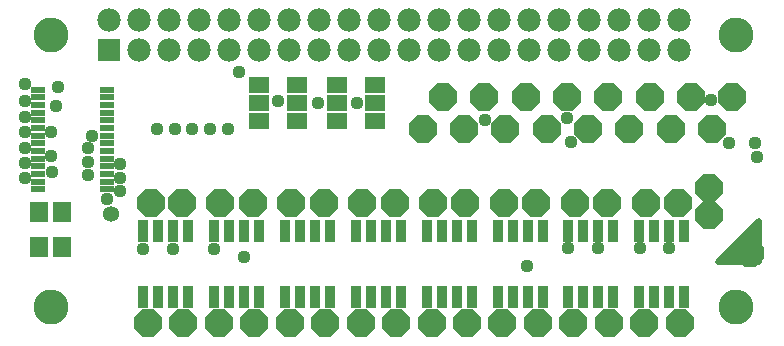
<source format=gbr>
G04 EAGLE Gerber X2 export*
%TF.Part,Single*%
%TF.FileFunction,Soldermask,Top,1*%
%TF.FilePolarity,Negative*%
%TF.GenerationSoftware,Autodesk,EAGLE,9.0.1*%
%TF.CreationDate,2018-06-21T06:15:50Z*%
G75*
%MOMM*%
%FSLAX34Y34*%
%LPD*%
%AMOC8*
5,1,8,0,0,1.08239X$1,22.5*%
G01*
%ADD10C,0.508000*%
%ADD11R,1.503200X1.703200*%
%ADD12P,2.556822X8X22.500000*%
%ADD13P,2.556822X8X202.500000*%
%ADD14R,0.853200X1.953200*%
%ADD15R,1.803400X1.371600*%
%ADD16R,1.193800X0.508000*%
%ADD17R,1.981200X1.981200*%
%ADD18C,1.981200*%
%ADD19C,2.953200*%
%ADD20C,1.359600*%
%ADD21C,1.109600*%


D10*
X736250Y730000D02*
X701250Y695000D01*
X736250Y695000D01*
X736250Y728750D01*
X732500Y725000D01*
X732500Y698750D01*
X708750Y698750D01*
X727500Y717500D01*
X731250Y717500D01*
X716250Y702500D01*
X713750Y702500D01*
D11*
X145750Y737500D03*
X126750Y737500D03*
D12*
X668750Y643750D03*
X638750Y643750D03*
D13*
X368750Y643750D03*
X338750Y643750D03*
D12*
X308750Y643750D03*
X278750Y643750D03*
X248750Y643750D03*
X218750Y643750D03*
X608750Y643750D03*
X578750Y643750D03*
X548750Y643750D03*
X518750Y643750D03*
X488750Y643750D03*
X458750Y643750D03*
X428750Y643750D03*
X398750Y643750D03*
X713500Y835000D03*
X678500Y835000D03*
D13*
X626250Y807500D03*
X591250Y807500D03*
D12*
X556250Y807500D03*
X521250Y807500D03*
X486250Y807500D03*
X451250Y807500D03*
X643500Y835000D03*
X608500Y835000D03*
X573500Y835000D03*
X538500Y835000D03*
X503500Y835000D03*
X468500Y835000D03*
X696250Y807500D03*
X661250Y807500D03*
D14*
X540100Y721750D03*
X540100Y665750D03*
X552800Y721750D03*
X527400Y721750D03*
X514700Y721750D03*
X552800Y665750D03*
X527400Y665750D03*
X514700Y665750D03*
X480100Y721750D03*
X480100Y665750D03*
X492800Y721750D03*
X467400Y721750D03*
X454700Y721750D03*
X492800Y665750D03*
X467400Y665750D03*
X454700Y665750D03*
X660100Y721750D03*
X660100Y665750D03*
X672800Y721750D03*
X647400Y721750D03*
X634700Y721750D03*
X672800Y665750D03*
X647400Y665750D03*
X634700Y665750D03*
X600100Y721750D03*
X600100Y665750D03*
X612800Y721750D03*
X587400Y721750D03*
X574700Y721750D03*
X612800Y665750D03*
X587400Y665750D03*
X574700Y665750D03*
X240100Y721750D03*
X240100Y665750D03*
X252800Y721750D03*
X227400Y721750D03*
X214700Y721750D03*
X252800Y665750D03*
X227400Y665750D03*
X214700Y665750D03*
X300100Y721750D03*
X300100Y665750D03*
X312800Y721750D03*
X287400Y721750D03*
X274700Y721750D03*
X312800Y665750D03*
X287400Y665750D03*
X274700Y665750D03*
X360100Y721750D03*
X360100Y665750D03*
X372800Y721750D03*
X347400Y721750D03*
X334700Y721750D03*
X372800Y665750D03*
X347400Y665750D03*
X334700Y665750D03*
X420100Y721750D03*
X420100Y665750D03*
X432800Y721750D03*
X407400Y721750D03*
X394700Y721750D03*
X432800Y665750D03*
X407400Y665750D03*
X394700Y665750D03*
D11*
X145750Y707500D03*
X126750Y707500D03*
D15*
X411250Y845240D03*
X411250Y830000D03*
X411250Y814760D03*
X379000Y845240D03*
X379000Y830000D03*
X379000Y814760D03*
X312500Y845240D03*
X312500Y830000D03*
X312500Y814760D03*
X345000Y845240D03*
X345000Y830000D03*
X345000Y814760D03*
D16*
X125572Y841000D03*
X125572Y834500D03*
X125572Y828000D03*
X125572Y821500D03*
X125572Y815000D03*
X125572Y808500D03*
X125572Y802000D03*
X125572Y795500D03*
X125572Y789000D03*
X125572Y782500D03*
X125572Y776000D03*
X125572Y769500D03*
X125572Y763000D03*
X125572Y756500D03*
X183928Y756500D03*
X183928Y763000D03*
X183928Y769500D03*
X183928Y776000D03*
X183928Y782500D03*
X183928Y789000D03*
X183928Y795500D03*
X183928Y802000D03*
X183928Y808500D03*
X183928Y815000D03*
X183928Y821500D03*
X183928Y828000D03*
X183928Y834500D03*
X183928Y841000D03*
D17*
X185300Y874600D03*
D18*
X185300Y900000D03*
X210700Y874600D03*
X210700Y900000D03*
X236100Y874600D03*
X236100Y900000D03*
X261500Y874600D03*
X261500Y900000D03*
X286900Y874600D03*
X286900Y900000D03*
X312300Y874600D03*
X312300Y900000D03*
X337700Y874600D03*
X337700Y900000D03*
X363100Y874600D03*
X363100Y900000D03*
X388500Y874600D03*
X388500Y900000D03*
X413900Y874600D03*
X413900Y900000D03*
X439300Y874600D03*
X439300Y900000D03*
X464700Y874600D03*
X464700Y900000D03*
X490100Y874600D03*
X490100Y900000D03*
X515500Y874600D03*
X515500Y900000D03*
X540900Y874600D03*
X540900Y900000D03*
X566300Y874600D03*
X566300Y900000D03*
X591700Y874600D03*
X591700Y900000D03*
X617100Y874600D03*
X617100Y900000D03*
X642500Y874600D03*
X642500Y900000D03*
X667900Y874600D03*
X667900Y900000D03*
D19*
X136600Y657300D03*
X136600Y887300D03*
X716600Y657300D03*
X716600Y887300D03*
D12*
X693750Y735000D03*
X693750Y757500D03*
X221250Y745000D03*
X247500Y745000D03*
X280000Y745000D03*
X307500Y745000D03*
X340000Y745000D03*
X367500Y745000D03*
X400000Y745000D03*
X427500Y745000D03*
X667500Y745000D03*
X640000Y745000D03*
X607500Y745000D03*
X580000Y745000D03*
X547500Y745000D03*
X520000Y745000D03*
X487500Y745000D03*
X460000Y745000D03*
X728750Y702500D03*
D20*
X187428Y735750D03*
D21*
X141000Y827250D03*
X660000Y706741D03*
X711000Y795750D03*
X114750Y805500D03*
X635000Y706726D03*
X136500Y805500D03*
X695542Y832500D03*
X600033Y706791D03*
X114750Y792000D03*
X732750Y795750D03*
X574250Y706750D03*
X136500Y785250D03*
X286250Y807500D03*
X734250Y783750D03*
X540000Y691934D03*
X114750Y779250D03*
X271250Y807500D03*
X137250Y771000D03*
X256250Y807500D03*
X573693Y817149D03*
X114750Y766500D03*
X241250Y807500D03*
X577000Y796820D03*
X214500Y706500D03*
X226250Y807500D03*
X171179Y801428D03*
X240000Y706500D03*
X168000Y791250D03*
X274500Y706500D03*
X168000Y780000D03*
X168000Y768750D03*
X300000Y699000D03*
X504000Y815250D03*
X195000Y777750D03*
X195000Y766500D03*
X195000Y755250D03*
X183750Y748500D03*
X114750Y831000D03*
X329000Y831500D03*
X142500Y843000D03*
X362250Y830000D03*
X114750Y818250D03*
X395750Y830000D03*
X114750Y846000D03*
X296000Y856250D03*
M02*

</source>
